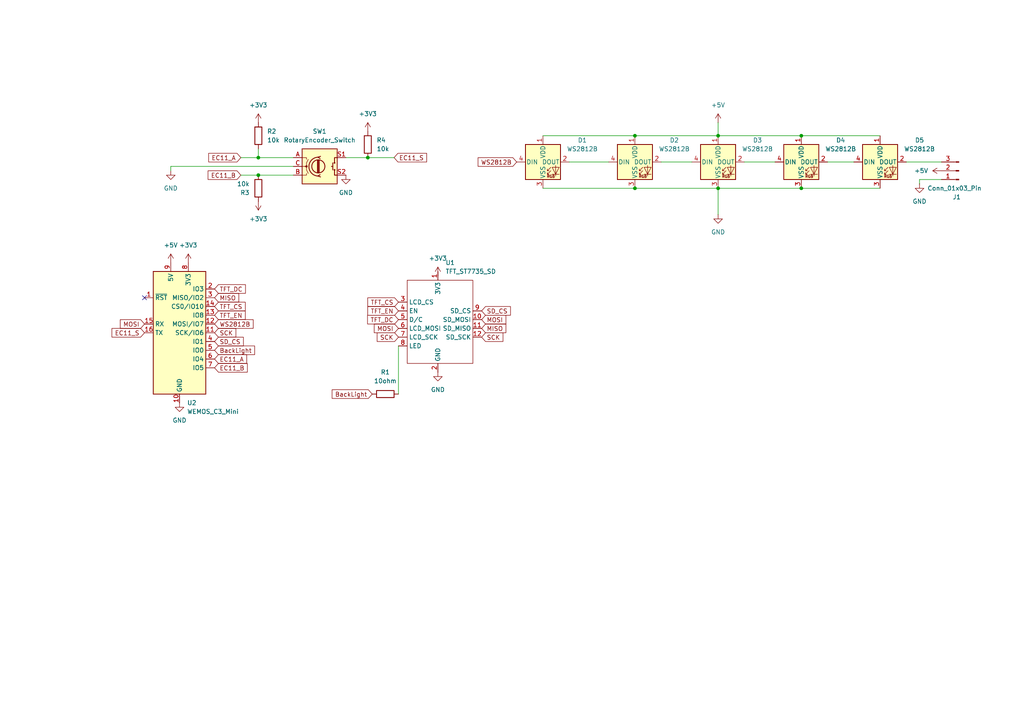
<source format=kicad_sch>
(kicad_sch (version 20231120) (generator "eeschema") (generator_version "8.0")
  (paper "A4")
  (lib_symbols
    (symbol "Connector:Conn_01x03_Pin" (pin_names (offset 1.016) hide)
      (property "Reference" "J" (at 0 5.08 0))
      (property "Value" "Conn_01x03_Pin" (at 0 -5.08 0))
      (symbol "Conn_01x03_Pin_1_1"
        (polyline (pts (xy 1.27 -2.54) (xy 0.8636 -2.54)) (stroke (width 0.1524)))
        (polyline (pts (xy 1.27 0) (xy 0.8636 0)) (stroke (width 0.1524)))
        (polyline (pts (xy 1.27 2.54) (xy 0.8636 2.54)) (stroke (width 0.1524)))
        (rectangle (start 0.8636 -2.413) (end 0 -2.667) (stroke (width 0.1524)) (fill (type outline)))
        (rectangle (start 0.8636 0.127) (end 0 -0.127) (stroke (width 0.1524)) (fill (type outline)))
        (rectangle (start 0.8636 2.667) (end 0 2.413) (stroke (width 0.1524)) (fill (type outline)))
        (pin passive line (at 5.08 2.54 180) (length 3.81) (name "Pin_1") (number "1"))
        (pin passive line (at 5.08 0 180) (length 3.81) (name "Pin_2") (number "2"))
        (pin passive line (at 5.08 -2.54 180) (length 3.81) (name "Pin_3") (number "3"))
      )
    )
    (symbol "Device:R" (pin_numbers hide) (pin_names (offset 0))
      (property "Reference" "R" (at 2.032 0 90))
      (property "Value" "R" (at 0 0 90))
      (symbol "R_0_1"
        (rectangle (start -1.016 -2.54) (end 1.016 2.54) (stroke (width 0.254)))
      )
      (symbol "R_1_1"
        (pin passive line (at 0 3.81 270) (length 1.27) (name "~") (number "1"))
        (pin passive line (at 0 -3.81 90) (length 1.27) (name "~") (number "2"))
      )
    )
    (symbol "Device:RotaryEncoder_Switch" (pin_names (offset 0.254) hide)
      (property "Reference" "SW" (at 0 6.604 0))
      (property "Value" "RotaryEncoder_Switch" (at 0 -6.604 0))
      (symbol "RotaryEncoder_Switch_0_1"
        (rectangle (start -5.08 5.08) (end 5.08 -5.08) (stroke (width 0.254)) (fill (type background)))
        (circle (center -3.81 0) (radius 0.254) (fill (type outline)))
        (circle (center -0.381 0) (radius 1.905) (stroke (width 0.254)))
        (arc (start -0.381 2.667) (mid -3.0988 -0.0635) (end -0.381 -2.794) (stroke (width 0.254)))
        (polyline (pts (xy -0.635 -1.778) (xy -0.635 1.778)) (stroke (width 0.254)))
        (polyline (pts (xy -0.381 -1.778) (xy -0.381 1.778)) (stroke (width 0.254)))
        (polyline (pts (xy -0.127 1.778) (xy -0.127 -1.778)) (stroke (width 0.254)))
        (polyline (pts (xy 3.81 0) (xy 3.429 0)) (stroke (width 0.254)))
        (polyline (pts (xy 3.81 1.016) (xy 3.81 -1.016)) (stroke (width 0.254)))
        (polyline (pts (xy -5.08 -2.54) (xy -3.81 -2.54) (xy -3.81 -2.032)))
        (polyline (pts (xy -5.08 2.54) (xy -3.81 2.54) (xy -3.81 2.032)))
        (polyline (pts (xy 0.254 -3.048) (xy -0.508 -2.794) (xy 0.127 -2.413)) (stroke (width 0.254)))
        (polyline (pts (xy 0.254 2.921) (xy -0.508 2.667) (xy 0.127 2.286)) (stroke (width 0.254)))
        (polyline (pts (xy 5.08 -2.54) (xy 4.318 -2.54) (xy 4.318 -1.016)) (stroke (width 0.254)))
        (polyline (pts (xy 5.08 2.54) (xy 4.318 2.54) (xy 4.318 1.016)) (stroke (width 0.254)))
        (polyline (pts (xy -5.08 0) (xy -3.81 0) (xy -3.81 -1.016) (xy -3.302 -2.032)))
        (polyline (pts (xy -4.318 0) (xy -3.81 0) (xy -3.81 1.016) (xy -3.302 2.032)))
        (circle (center 4.318 -1.016) (radius 0.127) (stroke (width 0.254)))
        (circle (center 4.318 1.016) (radius 0.127) (stroke (width 0.254)))
      )
      (symbol "RotaryEncoder_Switch_1_1"
        (pin passive line (at -7.62 2.54 0) (length 2.54) (name "A") (number "A"))
        (pin passive line (at -7.62 -2.54 0) (length 2.54) (name "B") (number "B"))
        (pin passive line (at -7.62 0 0) (length 2.54) (name "C") (number "C"))
        (pin passive line (at 7.62 2.54 180) (length 2.54) (name "S1") (number "S1"))
        (pin passive line (at 7.62 -2.54 180) (length 2.54) (name "S2") (number "S2"))
      )
    )
    (symbol "LED:WS2812B" (pin_names (offset 0.254))
      (property "Reference" "D" (at 5.08 5.715 0))
      (property "Value" "WS2812B" (at 1.27 -5.715 0))
      (symbol "WS2812B_0_0"
        (text "RGB" (at 2.286 -4.191 0) (effects (font (size 0.762 0.762))))
      )
      (symbol "WS2812B_0_1"
        (polyline (pts (xy 1.27 -3.556) (xy 1.778 -3.556)))
        (polyline (pts (xy 1.27 -2.54) (xy 1.778 -2.54)))
        (polyline (pts (xy 4.699 -3.556) (xy 2.667 -3.556)))
        (polyline (pts (xy 2.286 -2.54) (xy 1.27 -3.556) (xy 1.27 -3.048)))
        (polyline (pts (xy 2.286 -1.524) (xy 1.27 -2.54) (xy 1.27 -2.032)))
        (polyline (pts (xy 3.683 -1.016) (xy 3.683 -3.556) (xy 3.683 -4.064)))
        (polyline (pts (xy 4.699 -1.524) (xy 2.667 -1.524) (xy 3.683 -3.556) (xy 4.699 -1.524)))
        (rectangle (start 5.08 5.08) (end -5.08 -5.08) (stroke (width 0.254)) (fill (type background)))
      )
      (symbol "WS2812B_1_1"
        (pin power_in line (at 0 7.62 270) (length 2.54) (name "VDD") (number "1"))
        (pin output line (at 7.62 0 180) (length 2.54) (name "DOUT") (number "2"))
        (pin power_in line (at 0 -7.62 90) (length 2.54) (name "VSS") (number "3"))
        (pin input line (at -7.62 0 0) (length 2.54) (name "DIN") (number "4"))
      )
    )
    (symbol "asylum-weather:TFT_ST7735_SD"
      (property "Reference" "U" (at 6.858 -15.748 0))
      (property "Value" "TFT_ST7735_SD" (at 13.462 -18.288 0))
      (symbol "TFT_ST7735_SD_0_1"
        (rectangle (start -5.08 10.16) (end 13.97 -13.97))
      )
      (symbol "TFT_ST7735_SD_1_1"
        (pin power_in line (at 3.81 12.7 270) (length 2.54) (name "3V3") (number "1"))
        (pin input line (at 16.51 -1.27 180) (length 2.54) (name "SD_MOSI") (number "10"))
        (pin output line (at 16.51 -3.81 180) (length 2.54) (name "SD_MISO") (number "11"))
        (pin input line (at 16.51 -6.35 180) (length 2.54) (name "SD_SCK") (number "12"))
        (pin power_in line (at 3.81 -16.51 90) (length 2.54) (name "GND") (number "2"))
        (pin input line (at -7.62 3.81 0) (length 2.54) (name "LCD_CS") (number "3"))
        (pin input line (at -7.62 1.27 0) (length 2.54) (name "EN") (number "4"))
        (pin input line (at -7.62 -1.27 0) (length 2.54) (name "D/C") (number "5"))
        (pin input line (at -7.62 -3.81 0) (length 2.54) (name "LCD_MOSI") (number "6"))
        (pin input line (at -7.62 -6.35 0) (length 2.54) (name "LCD_SCK") (number "7"))
        (pin power_in line (at -7.62 -8.89 0) (length 2.54) (name "LED") (number "8"))
        (pin input line (at 16.51 1.27 180) (length 2.54) (name "SD_CS") (number "9"))
      )
    )
    (symbol "asylum-weather:WEMOS_C3_mini"
      (property "Reference" "U1" (at 2.1941 -20.32 0))
      (property "Value" "WEMOS_C3_Mini" (at 2.1941 -22.86 0))
      (symbol "WEMOS_C3_mini_1_1"
        (rectangle (start -7.62 17.78) (end 7.62 -17.78) (stroke (width 0.254)) (fill (type background)))
        (pin input line (at -10.16 10.16 0) (length 2.54) (name "~{RST}") (number "1"))
        (pin power_in line (at 0 -20.32 90) (length 2.54) (name "GND") (number "10"))
        (pin bidirectional line (at 10.16 0 180) (length 2.54) (name "SCK/IO6") (number "11"))
        (pin bidirectional line (at 10.16 2.54 180) (length 2.54) (name "MOSI/IO7") (number "12"))
        (pin bidirectional line (at 10.16 5.08 180) (length 2.54) (name "IO8") (number "13"))
        (pin bidirectional line (at 10.16 7.62 180) (length 2.54) (name "CS0/IO10") (number "14"))
        (pin input line (at -10.16 2.54 0) (length 2.54) (name "RX") (number "15"))
        (pin output line (at -10.16 0 0) (length 2.54) (name "TX") (number "16"))
        (pin input line (at 10.16 12.7 180) (length 2.54) (name "IO3") (number "2"))
        (pin bidirectional line (at 10.16 10.16 180) (length 2.54) (name "MISO/IO2") (number "3"))
        (pin bidirectional line (at 10.16 -2.54 180) (length 2.54) (name "IO1") (number "4"))
        (pin bidirectional line (at 10.16 -5.08 180) (length 2.54) (name "IO0") (number "5"))
        (pin bidirectional line (at 10.16 -7.62 180) (length 2.54) (name "IO4") (number "6"))
        (pin bidirectional line (at 10.16 -10.16 180) (length 2.54) (name "IO5") (number "7"))
        (pin power_out line (at 2.54 20.32 270) (length 2.54) (name "3V3") (number "8"))
        (pin power_in line (at -2.54 20.32 270) (length 2.54) (name "5V") (number "9"))
      )
    )
    (symbol "power:+3V3" (power) (pin_numbers hide) (pin_names (offset 0) hide)
      (property "Value" "+3V3" (at 0 3.556 0))
      (symbol "+3V3_0_1"
        (polyline (pts (xy -0.762 1.27) (xy 0 2.54)))
        (polyline (pts (xy 0 0) (xy 0 2.54)))
        (polyline (pts (xy 0 2.54) (xy 0.762 1.27)))
      )
      (symbol "+3V3_1_1"
        (pin power_in line (at 0 0 90) (length 0) (name "~") (number "1"))
      )
    )
    (symbol "power:+5V" (power) (pin_numbers hide) (pin_names (offset 0) hide)
      (property "Value" "+5V" (at 0 3.556 0))
      (symbol "+5V_0_1"
        (polyline (pts (xy -0.762 1.27) (xy 0 2.54)))
        (polyline (pts (xy 0 0) (xy 0 2.54)))
        (polyline (pts (xy 0 2.54) (xy 0.762 1.27)))
      )
      (symbol "+5V_1_1"
        (pin power_in line (at 0 0 90) (length 0) (name "~") (number "1"))
      )
    )
    (symbol "power:GND" (power) (pin_numbers hide) (pin_names (offset 0) hide)
      (property "Value" "GND" (at 0 -3.81 0))
      (symbol "GND_0_1"
        (polyline (pts (xy 0 0) (xy 0 -1.27) (xy 1.27 -1.27) (xy 0 -2.54) (xy -1.27 -1.27) (xy 0 -1.27)))
      )
      (symbol "GND_1_1"
        (pin power_in line (at 0 0 270) (length 0) (name "~") (number "1"))
      )
    )
  )
  (junction (at 232.41 54.61))
  (junction (at 74.93 45.72))
  (junction (at 184.15 54.61))
  (junction (at 74.93 50.8))
  (junction (at 208.28 54.61))
  (junction (at 106.68 45.72))
  (junction (at 184.15 39.37))
  (junction (at 208.28 39.37))
  (junction (at 232.41 39.37))
  (no_connect (at 41.91 86.36))
  (wire (pts (xy 114.3 45.72) (xy 106.68 45.72)))
  (wire (pts (xy 232.41 39.37) (xy 255.27 39.37)))
  (wire (pts (xy 157.48 54.61) (xy 184.15 54.61)))
  (wire (pts (xy 184.15 54.61) (xy 208.28 54.61)))
  (wire (pts (xy 85.09 48.26) (xy 49.53 48.26)))
  (wire (pts (xy 165.1 46.99) (xy 176.53 46.99)))
  (wire (pts (xy 115.57 114.3) (xy 115.57 100.33)))
  (wire (pts (xy 266.7 53.34) (xy 266.7 52.07)))
  (wire (pts (xy 208.28 54.61) (xy 208.28 62.23)))
  (wire (pts (xy 74.93 43.18) (xy 74.93 45.72)))
  (wire (pts (xy 266.7 52.07) (xy 273.05 52.07)))
  (wire (pts (xy 208.28 35.56) (xy 208.28 39.37)))
  (wire (pts (xy 69.85 45.72) (xy 74.93 45.72)))
  (wire (pts (xy 191.77 46.99) (xy 200.66 46.99)))
  (wire (pts (xy 232.41 54.61) (xy 255.27 54.61)))
  (wire (pts (xy 106.68 45.72) (xy 100.33 45.72)))
  (wire (pts (xy 69.85 50.8) (xy 74.93 50.8)))
  (wire (pts (xy 208.28 54.61) (xy 232.41 54.61)))
  (wire (pts (xy 74.93 50.8) (xy 85.09 50.8)))
  (wire (pts (xy 49.53 48.26) (xy 49.53 49.53)))
  (wire (pts (xy 215.9 46.99) (xy 224.79 46.99)))
  (wire (pts (xy 240.03 46.99) (xy 247.65 46.99)))
  (wire (pts (xy 262.89 46.99) (xy 273.05 46.99)))
  (wire (pts (xy 74.93 45.72) (xy 85.09 45.72)))
  (wire (pts (xy 184.15 39.37) (xy 208.28 39.37)))
  (wire (pts (xy 208.28 39.37) (xy 232.41 39.37)))
  (wire (pts (xy 157.48 39.37) (xy 184.15 39.37)))
  (global_label "TFT_EN" (shape input) (at 115.57 90.17 180) (property "Intersheetrefs" "${INTERSHEET_REFS}" (effects (hide yes))))
  (global_label "TFT_DC" (shape input) (at 115.57 92.71 180) (property "Intersheetrefs" "${INTERSHEET_REFS}" (effects (hide yes))))
  (global_label "MOSI" (shape input) (at 139.7 92.71 0) (property "Intersheetrefs" "${INTERSHEET_REFS}" (effects (hide yes))))
  (global_label "WS2812B" (shape input) (at 62.23 93.98 0) (property "Intersheetrefs" "${INTERSHEET_REFS}" (effects (hide yes))))
  (global_label "EC11_S" (shape input) (at 114.3 45.72 0) (property "Intersheetrefs" "${INTERSHEET_REFS}" (effects (hide yes))))
  (global_label "MOSI" (shape input) (at 115.57 95.25 180) (property "Intersheetrefs" "${INTERSHEET_REFS}" (effects (hide yes))))
  (global_label "SD_CS" (shape input) (at 139.7 90.17 0) (property "Intersheetrefs" "${INTERSHEET_REFS}" (effects (hide yes))))
  (global_label "MISO" (shape input) (at 62.23 86.36 0) (property "Intersheetrefs" "${INTERSHEET_REFS}" (effects (hide yes))))
  (global_label "SD_CS" (shape input) (at 62.23 99.06 0) (property "Intersheetrefs" "${INTERSHEET_REFS}" (effects (hide yes))))
  (global_label "TFT_CS" (shape input) (at 115.57 87.63 180) (property "Intersheetrefs" "${INTERSHEET_REFS}" (effects (hide yes))))
  (global_label "EC11_A" (shape input) (at 69.85 45.72 180) (property "Intersheetrefs" "${INTERSHEET_REFS}" (effects (hide yes))))
  (global_label "BackLight" (shape input) (at 107.95 114.3 180) (property "Intersheetrefs" "${INTERSHEET_REFS}" (effects (hide yes))))
  (global_label "SCK" (shape input) (at 62.23 96.52 0) (property "Intersheetrefs" "${INTERSHEET_REFS}" (effects (hide yes))))
  (global_label "MOSI" (shape input) (at 41.91 93.98 180) (property "Intersheetrefs" "${INTERSHEET_REFS}" (effects (hide yes))))
  (global_label "SCK" (shape input) (at 115.57 97.79 180) (property "Intersheetrefs" "${INTERSHEET_REFS}" (effects (hide yes))))
  (global_label "TFT_EN" (shape input) (at 62.23 91.44 0) (property "Intersheetrefs" "${INTERSHEET_REFS}" (effects (hide yes))))
  (global_label "WS2812B" (shape input) (at 149.86 46.99 180) (property "Intersheetrefs" "${INTERSHEET_REFS}" (effects (hide yes))))
  (global_label "EC11_B" (shape input) (at 69.85 50.8 180) (property "Intersheetrefs" "${INTERSHEET_REFS}" (effects (hide yes))))
  (global_label "EC11_A" (shape input) (at 62.23 104.14 0) (property "Intersheetrefs" "${INTERSHEET_REFS}" (effects (hide yes))))
  (global_label "SCK" (shape input) (at 139.7 97.79 0) (property "Intersheetrefs" "${INTERSHEET_REFS}" (effects (hide yes))))
  (global_label "EC11_B" (shape input) (at 62.23 106.68 0) (property "Intersheetrefs" "${INTERSHEET_REFS}" (effects (hide yes))))
  (global_label "MISO" (shape input) (at 139.7 95.25 0) (property "Intersheetrefs" "${INTERSHEET_REFS}" (effects (hide yes))))
  (global_label "BackLight" (shape input) (at 62.23 101.6 0) (property "Intersheetrefs" "${INTERSHEET_REFS}" (effects (hide yes))))
  (global_label "TFT_CS" (shape input) (at 62.23 88.9 0) (property "Intersheetrefs" "${INTERSHEET_REFS}" (effects (hide yes))))
  (global_label "EC11_S" (shape input) (at 41.91 96.52 180) (property "Intersheetrefs" "${INTERSHEET_REFS}" (effects (hide yes))))
  (global_label "TFT_DC" (shape input) (at 62.23 83.82 0) (property "Intersheetrefs" "${INTERSHEET_REFS}" (effects (hide yes))))
  (symbol (lib_id "power:+3V3") (at 106.68 38.1 0) (unit 1)
    (property "Reference" "#PWR014" (effects (hide yes)))
    (property "Value" "+3V3" (at 106.68 33.02 0))
    (property "Description" "Power symbol creates a global label with name \"+3V3\"" (effects (hide yes)))
  )
  (symbol (lib_id "Device:R") (at 74.93 54.61 180) (unit 1)
    (property "Reference" "R3" (at 72.39 55.8801 0) (effects (justify left)))
    (property "Value" "10k" (at 72.39 53.3401 0) (effects (justify left)))
    (property "Footprint" "ScottoKeebs_Components:Resistor_0402" (effects (hide yes)))
    (property "Description" "Resistor" (effects (hide yes)))
  )
  (symbol (lib_id "power:+3V3") (at 127 80.01 0) (unit 1)
    (property "Reference" "#PWR02" (effects (hide yes)))
    (property "Value" "+3V3" (at 127 74.93 0))
    (property "Description" "Power symbol creates a global label with name \"+3V3\"" (effects (hide yes)))
  )
  (symbol (lib_id "power:GND") (at 52.07 116.84 0) (unit 1)
    (property "Reference" "#PWR03" (effects (hide yes)))
    (property "Value" "GND" (at 52.07 121.92 0))
    (property "Description" "Power symbol creates a global label with name \"GND\" , ground" (effects (hide yes)))
  )
  (symbol (lib_id "power:+5V") (at 273.05 49.53 90) (unit 1)
    (property "Reference" "#PWR010" (effects (hide yes)))
    (property "Value" "+5V" (at 269.24 49.5299 90) (effects (justify left)))
    (property "Description" "Power symbol creates a global label with name \"+5V\"" (effects (hide yes)))
  )
  (symbol (lib_id "Device:RotaryEncoder_Switch") (at 92.71 48.26 0) (unit 1)
    (property "Reference" "SW1" (at 92.71 38.1 0))
    (property "Value" "RotaryEncoder_Switch" (at 92.71 40.64 0))
    (property "Footprint" "Rotary_Encoder:RotaryEncoder_Alps_EC11E-Switch_Vertical_H20mm" (effects (hide yes)))
    (property "Description" "Rotary encoder, dual channel, incremental quadrate outputs, with switch" (effects (hide yes)))
  )
  (symbol (lib_id "power:+5V") (at 208.28 35.56 0) (unit 1)
    (property "Reference" "#PWR09" (effects (hide yes)))
    (property "Value" "+5V" (at 208.28 30.48 0))
    (property "Description" "Power symbol creates a global label with name \"+5V\"" (effects (hide yes)))
  )
  (symbol (lib_id "power:GND") (at 266.7 53.34 0) (unit 1)
    (property "Reference" "#PWR011" (effects (hide yes)))
    (property "Value" "GND" (at 266.7 58.42 0))
    (property "Description" "Power symbol creates a global label with name \"GND\" , ground" (effects (hide yes)))
  )
  (symbol (lib_id "power:GND") (at 208.28 62.23 0) (unit 1)
    (property "Reference" "#PWR08" (effects (hide yes)))
    (property "Value" "GND" (at 208.28 67.31 0))
    (property "Description" "Power symbol creates a global label with name \"GND\" , ground" (effects (hide yes)))
  )
  (symbol (lib_id "power:+5V") (at 49.53 76.2 0) (unit 1)
    (property "Reference" "#PWR05" (effects (hide yes)))
    (property "Value" "+5V" (at 49.53 71.12 0))
    (property "Description" "Power symbol creates a global label with name \"+5V\"" (effects (hide yes)))
  )
  (symbol (lib_id "LED:WS2812B") (at 184.15 46.99 0) (unit 1)
    (property "Reference" "D2" (at 195.58 40.6714 0))
    (property "Value" "WS2812B" (at 195.58 43.2114 0))
    (property "Footprint" "LED_SMD:LED_WS2812B_PLCC4_5.0x5.0mm_P3.2mm" (effects (hide yes)))
    (property "Datasheet" "https://cdn-shop.adafruit.com/datasheets/WS2812B.pdf" (effects (hide yes)))
    (property "Description" "RGB LED with integrated controller" (effects (hide yes)))
  )
  (symbol (lib_id "Device:R") (at 74.93 39.37 0) (unit 1)
    (property "Reference" "R2" (at 77.47 38.0999 0) (effects (justify left)))
    (property "Value" "10k" (at 77.47 40.6399 0) (effects (justify left)))
    (property "Footprint" "ScottoKeebs_Components:Resistor_0402" (effects (hide yes)))
    (property "Description" "Resistor" (effects (hide yes)))
  )
  (symbol (lib_id "Device:R") (at 111.76 114.3 90) (unit 1)
    (property "Reference" "R1" (at 111.76 107.95 90))
    (property "Value" "10ohm" (at 111.76 110.49 90))
    (property "Footprint" "ScottoKeebs_Components:Resistor_0402" (effects (hide yes)))
    (property "Description" "Resistor" (effects (hide yes)))
  )
  (symbol (lib_id "Device:R") (at 106.68 41.91 0) (unit 1)
    (property "Reference" "R4" (at 109.22 40.6399 0) (effects (justify left)))
    (property "Value" "10k" (at 109.22 43.1799 0) (effects (justify left)))
    (property "Footprint" "ScottoKeebs_Components:Resistor_0402" (effects (hide yes)))
    (property "Description" "Resistor" (effects (hide yes)))
  )
  (symbol (lib_id "power:GND") (at 127 107.95 0) (unit 1)
    (property "Reference" "#PWR04" (effects (hide yes)))
    (property "Value" "GND" (at 127 113.03 0))
    (property "Description" "Power symbol creates a global label with name \"GND\" , ground" (effects (hide yes)))
  )
  (symbol (lib_id "power:+3V3") (at 74.93 58.42 180) (unit 1)
    (property "Reference" "#PWR013" (effects (hide yes)))
    (property "Value" "+3V3" (at 74.93 63.5 0))
    (property "Description" "Power symbol creates a global label with name \"+3V3\"" (effects (hide yes)))
  )
  (symbol (lib_id "LED:WS2812B") (at 255.27 46.99 0) (unit 1)
    (property "Reference" "D5" (at 266.7 40.6714 0))
    (property "Value" "WS2812B" (at 266.7 43.2114 0))
    (property "Footprint" "LED_SMD:LED_WS2812B_PLCC4_5.0x5.0mm_P3.2mm" (effects (hide yes)))
    (property "Datasheet" "https://cdn-shop.adafruit.com/datasheets/WS2812B.pdf" (effects (hide yes)))
    (property "Description" "RGB LED with integrated controller" (effects (hide yes)))
  )
  (symbol (lib_id "LED:WS2812B") (at 232.41 46.99 0) (unit 1)
    (property "Reference" "D4" (at 243.84 40.6714 0))
    (property "Value" "WS2812B" (at 243.84 43.2114 0))
    (property "Footprint" "LED_SMD:LED_WS2812B_PLCC4_5.0x5.0mm_P3.2mm" (effects (hide yes)))
    (property "Datasheet" "https://cdn-shop.adafruit.com/datasheets/WS2812B.pdf" (effects (hide yes)))
    (property "Description" "RGB LED with integrated controller" (effects (hide yes)))
  )
  (symbol (lib_id "power:GND") (at 49.53 49.53 0) (unit 1)
    (property "Reference" "#PWR07" (effects (hide yes)))
    (property "Value" "GND" (at 49.53 54.61 0))
    (property "Description" "Power symbol creates a global label with name \"GND\" , ground" (effects (hide yes)))
  )
  (symbol (lib_id "LED:WS2812B") (at 208.28 46.99 0) (unit 1)
    (property "Reference" "D3" (at 219.71 40.6714 0))
    (property "Value" "WS2812B" (at 219.71 43.2114 0))
    (property "Footprint" "LED_SMD:LED_WS2812B_PLCC4_5.0x5.0mm_P3.2mm" (effects (hide yes)))
    (property "Datasheet" "https://cdn-shop.adafruit.com/datasheets/WS2812B.pdf" (effects (hide yes)))
    (property "Description" "RGB LED with integrated controller" (effects (hide yes)))
  )
  (symbol (lib_id "power:+3V3") (at 54.61 76.2 0) (unit 1)
    (property "Reference" "#PWR01" (effects (hide yes)))
    (property "Value" "+3V3" (at 54.61 71.12 0))
    (property "Description" "Power symbol creates a global label with name \"+3V3\"" (effects (hide yes)))
  )
  (symbol (lib_id "asylum-weather:TFT_ST7735_SD") (at 123.19 91.44 0) (unit 1)
    (property "Reference" "U1" (at 129.1941 76.2 0) (effects (justify left)))
    (property "Value" "TFT_ST7735_SD" (at 129.1941 78.74 0) (effects (justify left)))
    (property "Footprint" "asylum-weather:TFT_ST7735_SD" (effects (hide yes)))
  )
  (symbol (lib_id "power:GND") (at 100.33 50.8 0) (unit 1)
    (property "Reference" "#PWR06" (effects (hide yes)))
    (property "Value" "GND" (at 100.33 55.88 0))
    (property "Description" "Power symbol creates a global label with name \"GND\" , ground" (effects (hide yes)))
  )
  (symbol (lib_id "asylum-weather:WEMOS_C3_mini") (at 52.07 96.52 0) (unit 1)
    (property "Reference" "U2" (at 54.2641 116.84 0) (effects (justify left)))
    (property "Value" "WEMOS_C3_Mini" (at 54.2641 119.38 0) (effects (justify left)))
    (property "Footprint" "RF_Module:WEMOS_D1_mini_light" (effects (hide yes)))
    (property "Datasheet" "https://wiki.wemos.cc/products:d1:d1_mini#documentation" (effects (hide yes)))
    (property "Description" "32-bit microcontroller module with WiFi" (effects (hide yes)))
  )
  (symbol (lib_id "power:+3V3") (at 74.93 35.56 0) (unit 1)
    (property "Reference" "#PWR012" (effects (hide yes)))
    (property "Value" "+3V3" (at 74.93 30.48 0))
    (property "Description" "Power symbol creates a global label with name \"+3V3\"" (effects (hide yes)))
  )
  (symbol (lib_id "LED:WS2812B") (at 157.48 46.99 0) (unit 1)
    (property "Reference" "D1" (at 168.91 40.6714 0))
    (property "Value" "WS2812B" (at 168.91 43.2114 0))
    (property "Footprint" "LED_SMD:LED_WS2812B_PLCC4_5.0x5.0mm_P3.2mm" (effects (hide yes)))
    (property "Datasheet" "https://cdn-shop.adafruit.com/datasheets/WS2812B.pdf" (effects (hide yes)))
    (property "Description" "RGB LED with integrated controller" (effects (hide yes)))
  )
  (symbol (lib_id "Connector:Conn_01x03_Pin") (at 278.13 49.53 180) (unit 1)
    (property "Reference" "J1" (at 277.495 57.15 0))
    (property "Value" "Conn_01x03_Pin" (at 276.86 54.61 0))
    (property "Footprint" "Connector_PinHeader_2.54mm:PinHeader_1x03_P2.54mm_Vertical" (effects (hide yes)))
    (property "Description" "Generic connector, single row, 01x03, script generated" (effects (hide yes)))
  )
)
</source>
